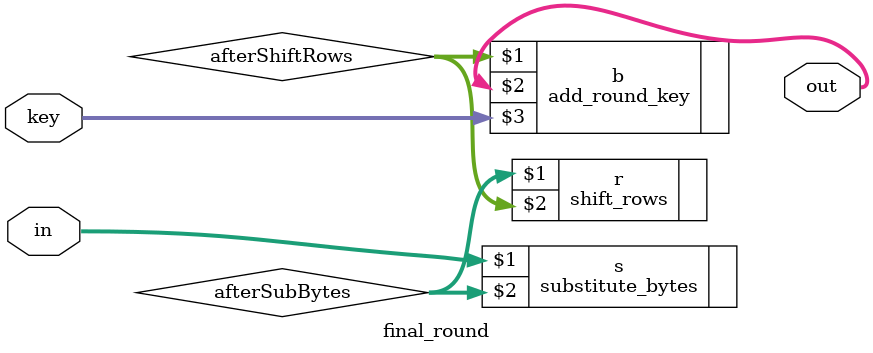
<source format=v>
`timescale 1ns / 1ps

module final_round(in,key,out);
input [127:0] in;
output [127:0] out;
input [127:0] key;
wire [127:0] afterSubBytes;
wire [127:0] afterShiftRows;
//wire [127:0] afterMixColumns;
//wire [127:0] afterAddroundKey;

substitute_bytes s(in,afterSubBytes);
shift_rows r(afterSubBytes,afterShiftRows);
//mix_columns m(afterShiftRows,afterMixColumns);
add_round_key b(afterShiftRows,out,key);
		
endmodule

</source>
